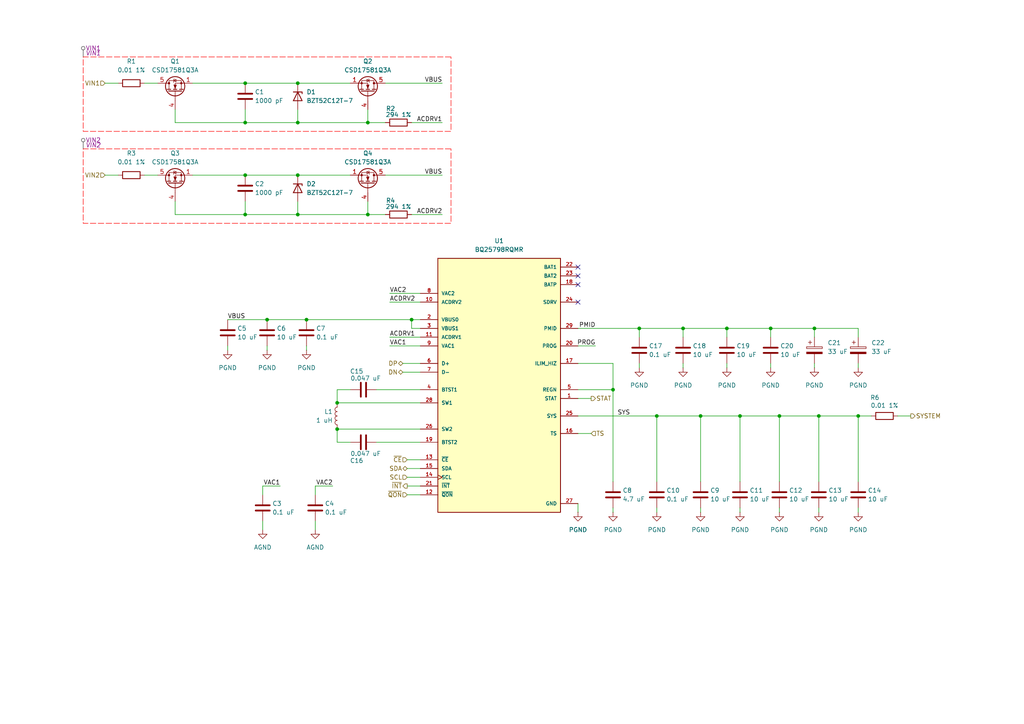
<source format=kicad_sch>
(kicad_sch (version 20250114) (generator "eeschema") (generator_version "9.0")
  (paper "A4")
  (title_block (title "Van Cooldown") (date "2025-06-27") (rev "0.0.1") (company "Fabien Meyer"))
  (lib_symbols
    (symbol "Device:C" (pin_numbers (hide yes)) (pin_names (offset 0.254))
      (property "Reference" "C" (at 0.635 2.54 0))
      (property "Value" "C" (at 0.635 -2.54 0))
      (symbol "C_0_1"
        (polyline (pts (xy -2.032 0.762) (xy 2.032 0.762)) (stroke (width 0.508)))
        (polyline (pts (xy -2.032 -0.762) (xy 2.032 -0.762)) (stroke (width 0.508)))
      )
      (symbol "C_1_1"
        (pin passive line (at 0 3.81 270) (length 2.794) (name "~") (number "1"))
        (pin passive line (at 0 -3.81 90) (length 2.794) (name "~") (number "2"))
      )
    )
    (symbol "Device:C_Polarized" (pin_numbers (hide yes)) (pin_names (offset 0.254))
      (property "Reference" "C" (at 0.635 2.54 0))
      (property "Value" "C_Polarized" (at 0.635 -2.54 0))
      (symbol "C_Polarized_0_1"
        (rectangle (start -2.286 0.508) (end 2.286 1.016))
        (polyline (pts (xy -1.778 2.286) (xy -0.762 2.286)))
        (polyline (pts (xy -1.27 2.794) (xy -1.27 1.778)))
        (rectangle (start 2.286 -0.508) (end -2.286 -1.016) (fill (type outline)))
      )
      (symbol "C_Polarized_1_1"
        (pin passive line (at 0 3.81 270) (length 2.794) (name "~") (number "1"))
        (pin passive line (at 0 -3.81 90) (length 2.794) (name "~") (number "2"))
      )
    )
    (symbol "Device:L" (pin_numbers (hide yes)) (pin_names (offset 1.016) (hide yes))
      (property "Reference" "L" (at -1.27 0 90))
      (property "Value" "L" (at 1.905 0 90))
      (symbol "L_0_1"
        (arc (start 0 2.54) (mid 0.6323 1.905) (end 0 1.27))
        (arc (start 0 1.27) (mid 0.6323 0.635) (end 0 0))
        (arc (start 0 0) (mid 0.6323 -0.635) (end 0 -1.27))
        (arc (start 0 -1.27) (mid 0.6323 -1.905) (end 0 -2.54))
      )
      (symbol "L_1_1"
        (pin passive line (at 0 3.81 270) (length 1.27) (name "1") (number "1"))
        (pin passive line (at 0 -3.81 90) (length 1.27) (name "2") (number "2"))
      )
    )
    (symbol "Device:R" (pin_numbers (hide yes)) (pin_names (offset 0))
      (property "Reference" "R" (at 2.032 0 90))
      (property "Value" "R" (at 0 0 90))
      (symbol "R_0_1"
        (rectangle (start -1.016 -2.54) (end 1.016 2.54) (stroke (width 0.254)))
      )
      (symbol "R_1_1"
        (pin passive line (at 0 3.81 270) (length 1.27) (name "~") (number "1"))
        (pin passive line (at 0 -3.81 90) (length 1.27) (name "~") (number "2"))
      )
    )
    (symbol "Transistor_FET:CSD17581Q3A" (pin_names (hide yes))
      (property "Reference" "Q" (at 5.08 1.905 0))
      (property "Value" "CSD17581Q3A" (at 5.08 0 0))
      (symbol "CSD17581Q3A_0_1"
        (polyline (pts (xy 0.254 1.905) (xy 0.254 -1.905)) (stroke (width 0.254)))
        (polyline (pts (xy 0.254 0) (xy -2.54 0)))
        (polyline (pts (xy 0.762 2.286) (xy 0.762 1.27)) (stroke (width 0.254)))
        (polyline (pts (xy 0.762 0.508) (xy 0.762 -0.508)) (stroke (width 0.254)))
        (polyline (pts (xy 0.762 -1.27) (xy 0.762 -2.286)) (stroke (width 0.254)))
        (polyline (pts (xy 0.762 -1.778) (xy 3.302 -1.778) (xy 3.302 1.778) (xy 0.762 1.778)))
        (polyline (pts (xy 1.016 0) (xy 2.032 0.381) (xy 2.032 -0.381) (xy 1.016 0)) (fill (type outline)))
        (circle (center 1.651 0) (radius 2.794) (stroke (width 0.254)))
        (polyline (pts (xy 2.54 2.54) (xy 2.54 1.778)))
        (circle (center 2.54 1.778) (radius 0.254) (fill (type outline)))
        (circle (center 2.54 -1.778) (radius 0.254) (fill (type outline)))
        (polyline (pts (xy 2.54 -2.54) (xy 2.54 0) (xy 0.762 0)))
        (polyline (pts (xy 2.794 0.508) (xy 2.921 0.381) (xy 3.683 0.381) (xy 3.81 0.254)))
        (polyline (pts (xy 3.302 0.381) (xy 2.921 -0.254) (xy 3.683 -0.254) (xy 3.302 0.381)))
      )
      (symbol "CSD17581Q3A_1_1"
        (pin passive line (at -5.08 0 0) (length 2.54) (name "G") (number "4"))
        (pin passive line (at 2.54 5.08 270) (length 2.54) (name "D") (number "5"))
        (pin passive line (at 2.54 -5.08 90) (length 2.54) (name "S") (number "1"))
        (pin passive line (at 2.54 -5.08 90) (length 2.54) (hide yes) (name "S") (number "2"))
        (pin passive line (at 2.54 -5.08 90) (length 2.54) (hide yes) (name "S") (number "3"))
      )
    )
    (symbol "power:GND" (power) (pin_numbers (hide yes)) (pin_names (offset 0) (hide yes))
      (property "Value" "GND" (at 0 -3.81 0))
      (symbol "GND_0_1"
        (polyline (pts (xy 0 0) (xy 0 -1.27) (xy 1.27 -1.27) (xy 0 -2.54) (xy -1.27 -1.27) (xy 0 -1.27)))
      )
      (symbol "GND_1_1"
        (pin power_in line (at 0 0 270) (length 0) (name "~") (number "1"))
      )
    )
    (symbol "van-cooldown:BQ25798RQMR" (pin_names (offset 1.016))
      (property "Reference" "U" (at -17.78 36.322 0))
      (property "Value" "BQ25798RQMR" (at -17.78 -40.64 0))
      (symbol "BQ25798RQMR_0_0"
        (rectangle (start -17.78 35.56) (end 17.78 -38.1) (stroke (width 0.254)) (fill (type background)))
        (pin input line (at -22.86 25.4 0) (length 5.08) (name "VAC2") (number "8"))
        (pin input line (at -22.86 22.86 0) (length 5.08) (name "ACDRV2") (number "10"))
        (pin input line (at -22.86 12.7 0) (length 5.08) (name "ACDRV1") (number "11"))
        (pin input line (at -22.86 10.16 0) (length 5.08) (name "VAC1") (number "9"))
        (pin bidirectional line (at -22.86 5.08 0) (length 5.08) (name "D+") (number "6"))
        (pin bidirectional line (at -22.86 2.54 0) (length 5.08) (name "D-") (number "7"))
        (pin input line (at -22.86 -2.54 0) (length 5.08) (name "BTST1") (number "4"))
        (pin passive line (at -22.86 -6.35 0) (length 5.08) (name "SW1") (number "28"))
        (pin passive line (at -22.86 -13.97 0) (length 5.08) (name "SW2") (number "26"))
        (pin output line (at -22.86 -17.78 0) (length 5.08) (name "BTST2") (number "19"))
        (pin input line (at -22.86 -22.86 0) (length 5.08) (name "~{CE}") (number "13"))
        (pin bidirectional line (at -22.86 -25.4 0) (length 5.08) (name "SDA") (number "15"))
        (pin input clock (at -22.86 -27.94 0) (length 5.08) (name "SCL") (number "14"))
        (pin output line (at -22.86 -30.48 0) (length 5.08) (name "~{INT}") (number "21"))
        (pin input line (at -22.86 -33.02 0) (length 5.08) (name "~{QON}") (number "12"))
        (pin power_in line (at 22.86 27.94 180) (length 5.08) (name "BATP") (number "18"))
        (pin output line (at 22.86 22.86 180) (length 5.08) (name "SDRV") (number "24"))
        (pin passive line (at 22.86 15.24 180) (length 5.08) (name "PMID") (number "29"))
        (pin input line (at 22.86 10.16 180) (length 5.08) (name "PROG") (number "20"))
        (pin input line (at 22.86 5.08 180) (length 5.08) (name "ILIM_HIZ") (number "17"))
        (pin output line (at 22.86 -2.54 180) (length 5.08) (name "REGN") (number "5"))
        (pin output line (at 22.86 -5.08 180) (length 5.08) (name "STAT") (number "1"))
        (pin output line (at 22.86 -10.16 180) (length 5.08) (name "SYS") (number "25"))
        (pin input line (at 22.86 -15.24 180) (length 5.08) (name "TS") (number "16"))
        (pin power_in line (at 22.86 -35.56 180) (length 5.08) (name "GND") (number "27"))
      )
      (symbol "BQ25798RQMR_1_0"
        (pin input line (at -22.86 17.78 0) (length 5.08) (name "VBUS0") (number "2"))
        (pin input line (at -22.86 15.24 0) (length 5.08) (name "VBUS1") (number "3"))
        (pin power_in line (at 22.86 33.02 180) (length 5.08) (name "BAT1") (number "22"))
        (pin power_in line (at 22.86 30.48 180) (length 5.08) (name "BAT2") (number "23"))
      )
    )
    (symbol "van-cooldown:BZT52C12T-7" (pin_numbers (hide yes)) (pin_names (offset 1.016) (hide yes))
      (property "Reference" "D" (at 0 2.54 0))
      (property "Value" "BZT52C12T-7" (at 0 -2.54 0))
      (symbol "BZT52C12T-7_0_1"
        (polyline (pts (xy -1.27 -1.27) (xy -1.27 1.27) (xy -0.762 1.27)) (stroke (width 0.254)))
        (polyline (pts (xy 1.27 0) (xy -1.27 0)))
        (polyline (pts (xy 1.27 -1.27) (xy 1.27 1.27) (xy -1.27 0) (xy 1.27 -1.27)) (stroke (width 0.254)))
      )
      (symbol "BZT52C12T-7_1_1"
        (pin passive line (at -3.81 0 0) (length 2.54) (name "K") (number "1"))
        (pin passive line (at 3.81 0 180) (length 2.54) (name "A") (number "2"))
      )
    )
  )
  (junction (at 71.12 24.13))
  (junction (at 97.79 124.46))
  (junction (at 106.68 62.23))
  (junction (at 86.36 50.8))
  (junction (at 71.12 50.8))
  (junction (at 248.92 120.65))
  (junction (at 223.52 95.25))
  (junction (at 88.9 92.71))
  (junction (at 106.68 35.56))
  (junction (at 119.38 92.71))
  (junction (at 210.82 95.25))
  (junction (at 86.36 24.13))
  (junction (at 185.42 95.25))
  (junction (at 237.49 120.65))
  (junction (at 71.12 35.56))
  (junction (at 77.47 92.71))
  (junction (at 86.36 62.23))
  (junction (at 71.12 62.23))
  (junction (at 198.12 95.25))
  (junction (at 214.63 120.65))
  (junction (at 226.06 120.65))
  (junction (at 203.2 120.65))
  (junction (at 236.22 95.25))
  (junction (at 86.36 35.56))
  (junction (at 97.79 116.84))
  (junction (at 177.8 113.03))
  (junction (at 190.5 120.65))
  (no_connect (at 167.64 82.55))
  (no_connect (at 167.64 80.01))
  (no_connect (at 167.64 77.47))
  (no_connect (at 167.64 87.63))
  (wire (pts (xy 76.2 140.97) (xy 81.28 140.97)))
  (wire (pts (xy 50.8 62.23) (xy 71.12 62.23)))
  (wire (pts (xy 121.92 135.89) (xy 118.11 135.89)))
  (wire (pts (xy 214.63 139.7) (xy 214.63 120.65)))
  (wire (pts (xy 190.5 120.65) (xy 203.2 120.65)))
  (wire (pts (xy 106.68 58.42) (xy 106.68 62.23)))
  (wire (pts (xy 248.92 97.79) (xy 248.92 95.25)))
  (wire (pts (xy 248.92 105.41) (xy 248.92 106.68)))
  (wire (pts (xy 30.48 24.13) (xy 34.29 24.13)))
  (wire (pts (xy 76.2 151.13) (xy 76.2 153.67)))
  (wire (pts (xy 214.63 120.65) (xy 226.06 120.65)))
  (wire (pts (xy 236.22 97.79) (xy 236.22 95.25)))
  (wire (pts (xy 121.92 95.25) (xy 119.38 95.25)))
  (wire (pts (xy 190.5 147.32) (xy 190.5 148.59)))
  (wire (pts (xy 71.12 50.8) (xy 86.36 50.8)))
  (wire (pts (xy 121.92 100.33) (xy 113.03 100.33)))
  (wire (pts (xy 101.6 113.03) (xy 97.79 113.03)))
  (wire (pts (xy 111.76 50.8) (xy 128.27 50.8)))
  (wire (pts (xy 203.2 120.65) (xy 214.63 120.65)))
  (wire (pts (xy 248.92 139.7) (xy 248.92 120.65)))
  (wire (pts (xy 97.79 116.84) (xy 121.92 116.84)))
  (wire (pts (xy 236.22 105.41) (xy 236.22 106.68)))
  (wire (pts (xy 252.73 120.65) (xy 248.92 120.65)))
  (wire (pts (xy 76.2 143.51) (xy 76.2 140.97)))
  (wire (pts (xy 226.06 139.7) (xy 226.06 120.65)))
  (wire (pts (xy 86.36 50.8) (xy 101.6 50.8)))
  (wire (pts (xy 71.12 31.75) (xy 71.12 35.56)))
  (wire (pts (xy 71.12 24.13) (xy 86.36 24.13)))
  (wire (pts (xy 167.64 95.25) (xy 185.42 95.25)))
  (wire (pts (xy 50.8 58.42) (xy 50.8 62.23)))
  (wire (pts (xy 185.42 95.25) (xy 185.42 97.79)))
  (wire (pts (xy 118.11 143.51) (xy 121.92 143.51)))
  (wire (pts (xy 214.63 147.32) (xy 214.63 148.59)))
  (wire (pts (xy 185.42 95.25) (xy 198.12 95.25)))
  (wire (pts (xy 223.52 97.79) (xy 223.52 95.25)))
  (wire (pts (xy 167.64 120.65) (xy 190.5 120.65)))
  (wire (pts (xy 111.76 62.23) (xy 106.68 62.23)))
  (wire (pts (xy 116.84 107.95) (xy 121.92 107.95)))
  (wire (pts (xy 177.8 105.41) (xy 177.8 113.03)))
  (wire (pts (xy 109.22 113.03) (xy 121.92 113.03)))
  (wire (pts (xy 91.44 143.51) (xy 91.44 140.97)))
  (wire (pts (xy 121.92 92.71) (xy 119.38 92.71)))
  (wire (pts (xy 198.12 97.79) (xy 198.12 95.25)))
  (wire (pts (xy 198.12 95.25) (xy 210.82 95.25)))
  (wire (pts (xy 101.6 128.27) (xy 97.79 128.27)))
  (wire (pts (xy 88.9 92.71) (xy 77.47 92.71)))
  (wire (pts (xy 106.68 62.23) (xy 86.36 62.23)))
  (wire (pts (xy 86.36 62.23) (xy 86.36 58.42)))
  (wire (pts (xy 45.72 24.13) (xy 41.91 24.13)))
  (wire (pts (xy 210.82 95.25) (xy 223.52 95.25)))
  (wire (pts (xy 198.12 105.41) (xy 198.12 106.68)))
  (wire (pts (xy 237.49 120.65) (xy 248.92 120.65)))
  (wire (pts (xy 185.42 105.41) (xy 185.42 106.68)))
  (wire (pts (xy 113.03 97.79) (xy 121.92 97.79)))
  (wire (pts (xy 264.16 120.65) (xy 260.35 120.65)))
  (wire (pts (xy 55.88 24.13) (xy 71.12 24.13)))
  (wire (pts (xy 111.76 35.56) (xy 106.68 35.56)))
  (wire (pts (xy 203.2 139.7) (xy 203.2 120.65)))
  (wire (pts (xy 77.47 92.71) (xy 66.04 92.71)))
  (wire (pts (xy 71.12 58.42) (xy 71.12 62.23)))
  (wire (pts (xy 86.36 24.13) (xy 101.6 24.13)))
  (wire (pts (xy 177.8 139.7) (xy 177.8 113.03)))
  (wire (pts (xy 223.52 105.41) (xy 223.52 106.68)))
  (wire (pts (xy 167.64 146.05) (xy 167.64 148.59)))
  (wire (pts (xy 203.2 147.32) (xy 203.2 148.59)))
  (wire (pts (xy 128.27 35.56) (xy 119.38 35.56)))
  (wire (pts (xy 106.68 31.75) (xy 106.68 35.56)))
  (wire (pts (xy 71.12 62.23) (xy 86.36 62.23)))
  (wire (pts (xy 86.36 35.56) (xy 86.36 31.75)))
  (wire (pts (xy 71.12 35.56) (xy 86.36 35.56)))
  (wire (pts (xy 77.47 100.33) (xy 77.47 101.6)))
  (wire (pts (xy 111.76 24.13) (xy 128.27 24.13)))
  (wire (pts (xy 121.92 140.97) (xy 118.11 140.97)))
  (wire (pts (xy 118.11 133.35) (xy 121.92 133.35)))
  (wire (pts (xy 237.49 147.32) (xy 237.49 148.59)))
  (wire (pts (xy 177.8 147.32) (xy 177.8 148.59)))
  (wire (pts (xy 113.03 87.63) (xy 121.92 87.63)))
  (wire (pts (xy 30.48 50.8) (xy 34.29 50.8)))
  (wire (pts (xy 113.03 85.09) (xy 121.92 85.09)))
  (wire (pts (xy 91.44 151.13) (xy 91.44 153.67)))
  (wire (pts (xy 223.52 95.25) (xy 236.22 95.25)))
  (wire (pts (xy 55.88 50.8) (xy 71.12 50.8)))
  (wire (pts (xy 248.92 147.32) (xy 248.92 148.59)))
  (wire (pts (xy 97.79 128.27) (xy 97.79 124.46)))
  (wire (pts (xy 237.49 139.7) (xy 237.49 120.65)))
  (wire (pts (xy 128.27 62.23) (xy 119.38 62.23)))
  (wire (pts (xy 167.64 115.57) (xy 171.45 115.57)))
  (wire (pts (xy 50.8 31.75) (xy 50.8 35.56)))
  (wire (pts (xy 172.72 100.33) (xy 167.64 100.33)))
  (wire (pts (xy 106.68 35.56) (xy 86.36 35.56)))
  (wire (pts (xy 118.11 138.43) (xy 121.92 138.43)))
  (wire (pts (xy 167.64 125.73) (xy 171.45 125.73)))
  (wire (pts (xy 226.06 147.32) (xy 226.06 148.59)))
  (wire (pts (xy 167.64 105.41) (xy 177.8 105.41)))
  (wire (pts (xy 88.9 100.33) (xy 88.9 101.6)))
  (wire (pts (xy 190.5 139.7) (xy 190.5 120.65)))
  (wire (pts (xy 210.82 105.41) (xy 210.82 106.68)))
  (wire (pts (xy 66.04 100.33) (xy 66.04 101.6)))
  (wire (pts (xy 109.22 128.27) (xy 121.92 128.27)))
  (wire (pts (xy 210.82 97.79) (xy 210.82 95.25)))
  (wire (pts (xy 91.44 140.97) (xy 96.52 140.97)))
  (wire (pts (xy 119.38 95.25) (xy 119.38 92.71)))
  (wire (pts (xy 121.92 105.41) (xy 116.84 105.41)))
  (wire (pts (xy 97.79 113.03) (xy 97.79 116.84)))
  (wire (pts (xy 236.22 95.25) (xy 248.92 95.25)))
  (wire (pts (xy 226.06 120.65) (xy 237.49 120.65)))
  (wire (pts (xy 167.64 113.03) (xy 177.8 113.03)))
  (wire (pts (xy 97.79 124.46) (xy 121.92 124.46)))
  (wire (pts (xy 119.38 92.71) (xy 88.9 92.71)))
  (wire (pts (xy 50.8 35.56) (xy 71.12 35.56)))
  (wire (pts (xy 45.72 50.8) (xy 41.91 50.8)))
  (label "PMID" (at 172.72 95.25 180))
  (label "VBUS" (at 128.27 50.8 180))
  (label "VBUS" (at 66.04 92.71 0))
  (label "PROG" (at 172.72 100.33 180))
  (label "VAC1" (at 81.28 140.97 180))
  (label "VAC2" (at 96.52 140.97 180))
  (label "VAC2" (at 113.03 85.09 0))
  (label "ACDRV2" (at 128.27 62.23 180))
  (label "ACDRV1" (at 128.27 35.56 180))
  (label "VBUS" (at 128.27 24.13 180))
  (label "ACDRV1" (at 113.03 97.79 0))
  (label "VAC1" (at 113.03 100.33 0))
  (label "ACDRV2" (at 113.03 87.63 0))
  (label "SYS" (at 179.07 120.65 0))
  (hierarchical_label "TS" (shape input) (at 171.45 125.73 0))
  (hierarchical_label "~{INT}" (shape output) (at 118.11 140.97 180))
  (hierarchical_label "~{QON}" (shape input) (at 118.11 143.51 180))
  (hierarchical_label "DN" (shape bidirectional) (at 116.84 107.95 180))
  (hierarchical_label "SYSTEM" (shape output) (at 264.16 120.65 0))
  (hierarchical_label "VIN2" (shape input) (at 30.48 50.8 180))
  (hierarchical_label "STAT" (shape output) (at 171.45 115.57 0))
  (hierarchical_label "VIN1" (shape input) (at 30.48 24.13 180))
  (hierarchical_label "SCL" (shape input) (at 118.11 138.43 180))
  (hierarchical_label "SDA" (shape bidirectional) (at 118.11 135.89 180))
  (hierarchical_label "DP" (shape bidirectional) (at 116.84 105.41 180))
  (hierarchical_label "~{CE}" (shape input) (at 118.11 133.35 180))
  (rule_area (polyline (pts (xy 130.81 43.18) (xy 24.13 43.18) (xy 24.13 64.77) (xy 130.81 64.77)) (stroke (width 0) (type dash))))
  (rule_area (polyline (pts (xy 130.81 16.51) (xy 24.13 16.51) (xy 24.13 38.1) (xy 130.81 38.1)) (stroke (width 0) (type dash))))
  (netclass_flag "" (length 2.54) (shape round) (at 24.13 43.18 0) (property "Netclass" "VIN2" (at 24.8285 40.64 0) (effects (justify left))) (property "Component Class" "VIN2" (at 24.8285 42.1005 0) (effects (font (italic yes)) (justify left))))
  (netclass_flag "" (length 2.54) (shape round) (at 24.13 16.51 0) (property "Netclass" "VIN1" (at 24.8285 13.97 0) (effects (justify left))) (property "Component Class" "VIN1" (at 24.8285 15.4305 0) (effects (font (italic yes)) (justify left))))
  (symbol (lib_id "Device:C_Polarized") (at 236.22 101.6 0) (unit 1)
    (property "Reference" "C21" (at 240.03 99.4409 0) (effects (justify left)))
    (property "Value" "33 uF" (at 240.03 101.9809 0) (effects (justify left)))
    (property "Datasheet" "https://www.murata.com/~/media/webrenewal/support/library/catalog/products/capacitor/polymer/c90e.ashx?la=en-us" (effects (hide yes)))
    (property "Description" "33 µF 25 V Aluminum - Polymer Capacitors 2917 (7343 Metric) 40mOhm 1000 Hrs @ 105°C" (effects (hide yes)))
    (property "DigiKey Part Number" "490-ECASD41E336M040KA0CT-ND" (effects (hide yes)))
    (property "Digikey url" "https://www.digikey.my/en/products/detail/murata-electronics/ECASD41E336M040KA0/10222761?s=N4IgTCBcDaIKIGECCBlAIgFgIxwMy4DYBZABgxIGkkSQBdAXyA" (effects (hide yes)))
    (property "Manufacturer" "Murata Electronics" (effects (hide yes)))
    (property "Manufacturer Product Number" "ECASD41E336M040KA0" (effects (hide yes)))
  )
  (symbol (lib_id "power:GND") (at 223.52 106.68 0) (unit 1)
    (property "Reference" "#PWR018" (effects (hide yes)))
    (property "Value" "PGND" (at 223.52 111.76 0))
    (property "Description" "Power symbol creates a global label with name \"GND\" , ground" (effects (hide yes)))
  )
  (symbol (lib_id "Device:C") (at 198.12 101.6 0) (unit 1)
    (property "Reference" "C18" (at 200.914 100.33 0) (effects (justify left)))
    (property "Value" "10 uF" (at 200.914 102.87 0) (effects (justify left)))
    (property "Footprint" "Capacitor_SMD:C_0805_2012Metric" (effects (hide yes)))
    (property "Datasheet" "https://product.tdk.com/system/files/dam/doc/product/capacitor/ceramic/mlcc/catalog/mlcc_commercial_general_en.pdf" (effects (hide yes)))
    (property "Description" "10 µF ±10% 25V Ceramic Capacitor X5R 0805 (2012 Metric)" (effects (hide yes)))
    (property "DigiKey Part Number" "445-5984-1-ND" (effects (hide yes)))
    (property "Digikey url" "https://www.digikey.ch/en/products/detail/tdk-corporation/C2012X5R1E106K125AB/2443462?srsltid=AfmBOopSIyEzmjrEDI0_7ElYKJBASTwnLGJx5yc4oC4Ys0vhj2bA7jYM" (effects (hide yes)))
    (property "Manufacturer" "TDK Corporation" (effects (hide yes)))
    (property "Manufacturer Product Number" "C2012X5R1E106K125AB" (effects (hide yes)))
  )
  (symbol (lib_id "Device:C") (at 177.8 143.51 0) (unit 1)
    (property "Reference" "C8" (at 180.594 142.24 0) (effects (justify left)))
    (property "Value" "4.7 uF" (at 180.594 144.78 0) (effects (justify left)))
    (property "Footprint" "Capacitor_SMD:C_0603_1608Metric" (effects (hide yes)))
    (property "Datasheet" "https://search.murata.co.jp/Ceramy/image/img/A01X/G101/ENG/GRM188R61C475KE11-01.pdf" (effects (hide yes)))
    (property "Description" "4.7 µF ±10% 16V Ceramic Capacitor X5R 0603 (1608 Metric)" (effects (hide yes)))
    (property "DigiKey Part Number" "490-10730-1-ND" (effects (hide yes)))
    (property "Digikey url" "https://www.digikey.ch/en/products/detail/murata-electronics/GRM188R61C475KE11D/5251370" (effects (hide yes)))
    (property "Manufacturer" "Murata Electronics" (effects (hide yes)))
    (property "Manufacturer Product Number" "GRM188R61C475KE11D" (effects (hide yes)))
  )
  (symbol (lib_id "Device:C") (at 77.47 96.52 0) (unit 1)
    (property "Reference" "C6" (at 80.264 95.25 0) (effects (justify left)))
    (property "Value" "10 uF" (at 80.264 97.79 0) (effects (justify left)))
    (property "Footprint" "Capacitor_SMD:C_0805_2012Metric" (effects (hide yes)))
    (property "Datasheet" "https://product.tdk.com/system/files/dam/doc/product/capacitor/ceramic/mlcc/catalog/mlcc_commercial_general_en.pdf" (effects (hide yes)))
    (property "Description" "10 µF ±10% 25V Ceramic Capacitor X5R 0805 (2012 Metric)" (effects (hide yes)))
    (property "DigiKey Part Number" "445-5984-1-ND" (effects (hide yes)))
    (property "Digikey url" "https://www.digikey.ch/en/products/detail/tdk-corporation/C2012X5R1E106K125AB/2443462?srsltid=AfmBOopSIyEzmjrEDI0_7ElYKJBASTwnLGJx5yc4oC4Ys0vhj2bA7jYM" (effects (hide yes)))
    (property "Manufacturer" "TDK Corporation" (effects (hide yes)))
    (property "Manufacturer Product Number" "C2012X5R1E106K125AB" (effects (hide yes)))
  )
  (symbol (lib_id "Device:C") (at 105.41 128.27 90) (mirror x) (unit 1)
    (property "Reference" "C16" (at 105.41 133.604 90) (effects (justify left)))
    (property "Value" "0.047 uF" (at 110.49 131.572 90) (effects (justify left)))
    (property "Footprint" "Capacitor_SMD:C_0402_1005Metric" (effects (hide yes)))
    (property "Datasheet" "https://search.murata.co.jp/Ceramy/image/img/A01X/G101/ENG/GRM155R71E473KA88-01.pdf" (effects (hide yes)))
    (property "Description" "0.047 µF ±10% 25V Ceramic Capacitor X7R 0402 (1005 Metric)" (effects (hide yes)))
    (property "DigiKey Part Number" "490-3254-1-ND" (effects (hide yes)))
    (property "Digikey url" "https://www.digikey.ch/en/products/detail/murata-electronics/GRM155R71E473KA88D/702519?s=N4IgTCBcDaIOICUCyBGArGhB2FBRALFgMwDSAggBwUAiIAugL5A" (effects (hide yes)))
    (property "Manufacturer" "Murata Electronics" (effects (hide yes)))
    (property "Manufacturer Product Number" "GRM155R71E473KA88D" (effects (hide yes)))
  )
  (symbol (lib_id "power:GND") (at 236.22 106.68 0) (unit 1)
    (property "Reference" "#PWR019" (effects (hide yes)))
    (property "Value" "PGND" (at 236.22 111.76 0))
    (property "Description" "Power symbol creates a global label with name \"GND\" , ground" (effects (hide yes)))
  )
  (symbol (lib_id "power:GND") (at 210.82 106.68 0) (unit 1)
    (property "Reference" "#PWR017" (effects (hide yes)))
    (property "Value" "PGND" (at 210.82 111.76 0))
    (property "Description" "Power symbol creates a global label with name \"GND\" , ground" (effects (hide yes)))
  )
  (symbol (lib_id "Device:C") (at 237.49 143.51 0) (unit 1)
    (property "Reference" "C13" (at 240.284 142.24 0) (effects (justify left)))
    (property "Value" "10 uF" (at 240.284 144.78 0) (effects (justify left)))
    (property "Footprint" "Capacitor_SMD:C_0805_2012Metric" (effects (hide yes)))
    (property "Datasheet" "https://product.tdk.com/system/files/dam/doc/product/capacitor/ceramic/mlcc/catalog/mlcc_commercial_general_en.pdf" (effects (hide yes)))
    (property "Description" "10 µF ±10% 25V Ceramic Capacitor X5R 0805 (2012 Metric)" (effects (hide yes)))
    (property "DigiKey Part Number" "445-5984-1-ND" (effects (hide yes)))
    (property "Digikey url" "https://www.digikey.ch/en/products/detail/tdk-corporation/C2012X5R1E106K125AB/2443462?srsltid=AfmBOopSIyEzmjrEDI0_7ElYKJBASTwnLGJx5yc4oC4Ys0vhj2bA7jYM" (effects (hide yes)))
    (property "Manufacturer" "TDK Corporation" (effects (hide yes)))
    (property "Manufacturer Product Number" "C2012X5R1E106K125AB" (effects (hide yes)))
  )
  (symbol (lib_id "power:GND") (at 248.92 106.68 0) (unit 1)
    (property "Reference" "#PWR020" (effects (hide yes)))
    (property "Value" "PGND" (at 248.92 111.76 0))
    (property "Description" "Power symbol creates a global label with name \"GND\" , ground" (effects (hide yes)))
  )
  (symbol (lib_id "power:GND") (at 76.2 153.67 0) (unit 1)
    (property "Reference" "#PWR04" (effects (hide yes)))
    (property "Value" "AGND" (at 76.2 158.75 0))
    (property "Description" "Power symbol creates a global label with name \"GND\" , ground" (effects (hide yes)))
  )
  (symbol (lib_id "Transistor_FET:CSD17581Q3A") (at 50.8 26.67 90) (unit 1)
    (property "Reference" "Q1" (at 50.8 17.78 90))
    (property "Value" "CSD17581Q3A" (at 50.8 20.32 90))
    (property "Footprint" "Package_SON:VSON-8_3.3x3.3mm_P0.65mm_NexFET" (effects (hide yes)))
    (property "Datasheet" "https://www.ti.com/lit/ds/symlink/csd17581q3a.pdf" (effects (hide yes)))
    (property "Description" "60A Id, 30V Vds, NexFET N-Channel Power MOSFET, 3.2mOhm Ron, Qg Typ 20nC, VSON-8 3.3x3.3mm" (effects (hide yes)))
    (property "DigiKey Part Number" "296-47754-1-ND" (effects (hide yes)))
    (property "Digikey url" "https://www.digikey.ch/en/products/detail/texas-instruments/CSD17581Q3A/6235429" (effects (hide yes)))
    (property "Manufacturer" "Texas Instruments" (effects (hide yes)))
    (property "Manufacturer Product Number" "CSD17581Q3A" (effects (hide yes)))
  )
  (symbol (lib_id "Device:C") (at 214.63 143.51 0) (unit 1)
    (property "Reference" "C11" (at 217.424 142.24 0) (effects (justify left)))
    (property "Value" "10 uF" (at 217.424 144.78 0) (effects (justify left)))
    (property "Footprint" "Capacitor_SMD:C_0805_2012Metric" (effects (hide yes)))
    (property "Datasheet" "https://product.tdk.com/system/files/dam/doc/product/capacitor/ceramic/mlcc/catalog/mlcc_commercial_general_en.pdf" (effects (hide yes)))
    (property "Description" "10 µF ±10% 25V Ceramic Capacitor X5R 0805 (2012 Metric)" (effects (hide yes)))
    (property "DigiKey Part Number" "445-5984-1-ND" (effects (hide yes)))
    (property "Digikey url" "https://www.digikey.ch/en/products/detail/tdk-corporation/C2012X5R1E106K125AB/2443462?srsltid=AfmBOopSIyEzmjrEDI0_7ElYKJBASTwnLGJx5yc4oC4Ys0vhj2bA7jYM" (effects (hide yes)))
    (property "Manufacturer" "TDK Corporation" (effects (hide yes)))
    (property "Manufacturer Product Number" "C2012X5R1E106K125AB" (effects (hide yes)))
  )
  (symbol (lib_id "Device:R") (at 256.54 120.65 90) (unit 1)
    (property "Reference" "R6" (at 253.746 115.316 90))
    (property "Value" "0.01 1%" (at 256.54 117.602 90))
    (property "Footprint" "Resistor_SMD:R_2010_5025Metric" (effects (hide yes)))
    (property "Datasheet" "https://www.vishay.com/docs/31057/wslhigh.pdf" (effects (hide yes)))
    (property "Description" "10 mOhms ±1% 1W Chip Resistor 2010 (5025 Metric) Automotive AEC-Q200, Current Sense, Moisture Resistant, Pulse Withstanding Metal Element" (effects (hide yes)))
    (property "DigiKey Part Number" "WSLF-.01CT-ND" (effects (hide yes)))
    (property "Digikey url" "https://www.digikey.ch/en/products/detail/vishay-dale/WSL2010R0100FEA18/712518?s=N4IgTCBcDaIOoGUAyYAMBGVAlDrUDEBRAQXQA4QBdAXyA" (effects (hide yes)))
    (property "Manufacturer" "Vishay Dale" (effects (hide yes)))
    (property "Manufacturer Product Number" "WSL2010R0100FEA18" (effects (hide yes)))
  )
  (symbol (lib_id "power:GND") (at 190.5 148.59 0) (unit 1)
    (property "Reference" "#PWR03" (effects (hide yes)))
    (property "Value" "PGND" (at 190.5 153.67 0))
    (property "Description" "Power symbol creates a global label with name \"GND\" , ground" (effects (hide yes)))
  )
  (symbol (lib_id "Device:C_Polarized") (at 248.92 101.6 0) (unit 1)
    (property "Reference" "C22" (at 252.73 99.4409 0) (effects (justify left)))
    (property "Value" "33 uF" (at 252.73 101.9809 0) (effects (justify left)))
    (property "Datasheet" "https://www.murata.com/~/media/webrenewal/support/library/catalog/products/capacitor/polymer/c90e.ashx?la=en-us" (effects (hide yes)))
    (property "Description" "33 µF 25 V Aluminum - Polymer Capacitors 2917 (7343 Metric) 40mOhm 1000 Hrs @ 105°C" (effects (hide yes)))
    (property "DigiKey Part Number" "490-ECASD41E336M040KA0CT-ND" (effects (hide yes)))
    (property "Digikey url" "https://www.digikey.my/en/products/detail/murata-electronics/ECASD41E336M040KA0/10222761?s=N4IgTCBcDaIKIGECCBlAIgFgIxwMy4DYBZABgxIGkkSQBdAXyA" (effects (hide yes)))
    (property "Manufacturer" "Murata Electronics" (effects (hide yes)))
    (property "Manufacturer Product Number" "ECASD41E336M040KA0" (effects (hide yes)))
  )
  (symbol (lib_id "power:GND") (at 237.49 148.59 0) (unit 1)
    (property "Reference" "#PWR012" (effects (hide yes)))
    (property "Value" "PGND" (at 237.49 153.67 0))
    (property "Description" "Power symbol creates a global label with name \"GND\" , ground" (effects (hide yes)))
  )
  (symbol (lib_id "power:GND") (at 177.8 148.59 0) (unit 1)
    (property "Reference" "#PWR02" (effects (hide yes)))
    (property "Value" "PGND" (at 177.8 153.67 0))
    (property "Description" "Power symbol creates a global label with name \"GND\" , ground" (effects (hide yes)))
  )
  (symbol (lib_id "Device:C") (at 203.2 143.51 0) (unit 1)
    (property "Reference" "C9" (at 205.994 142.24 0) (effects (justify left)))
    (property "Value" "10 uF" (at 205.994 144.78 0) (effects (justify left)))
    (property "Footprint" "Capacitor_SMD:C_0805_2012Metric" (effects (hide yes)))
    (property "Datasheet" "https://product.tdk.com/system/files/dam/doc/product/capacitor/ceramic/mlcc/catalog/mlcc_commercial_general_en.pdf" (effects (hide yes)))
    (property "Description" "10 µF ±10% 25V Ceramic Capacitor X5R 0805 (2012 Metric)" (effects (hide yes)))
    (property "DigiKey Part Number" "445-5984-1-ND" (effects (hide yes)))
    (property "Digikey url" "https://www.digikey.ch/en/products/detail/tdk-corporation/C2012X5R1E106K125AB/2443462?srsltid=AfmBOopSIyEzmjrEDI0_7ElYKJBASTwnLGJx5yc4oC4Ys0vhj2bA7jYM" (effects (hide yes)))
    (property "Manufacturer" "TDK Corporation" (effects (hide yes)))
    (property "Manufacturer Product Number" "C2012X5R1E106K125AB" (effects (hide yes)))
  )
  (symbol (lib_id "Device:C") (at 185.42 101.6 0) (unit 1)
    (property "Reference" "C17" (at 188.214 100.33 0) (effects (justify left)))
    (property "Value" "0.1 uF" (at 188.214 102.87 0) (effects (justify left)))
    (property "Footprint" "Capacitor_SMD:C_0402_1005Metric" (effects (hide yes)))
    (property "Datasheet" "https://product.tdk.com/system/files/dam/doc/product/capacitor/ceramic/mlcc/catalog/mlcc_commercial_soft_en.pdf" (effects (hide yes)))
    (property "Description" "0.1 µF ±10% 50V Ceramic Capacitor X7R 0402 (1005 Metric)" (effects (hide yes)))
    (property "DigiKey Part Number" "445-173610-1-ND" (effects (hide yes)))
    (property "Digikey url" "https://www.digikey.ch/en/products/detail/tdk-corporation/C1005X7R1H104K050BE/5809175?s=N4IgTCBcDaIMIEYAMSCsANA7AJQQCWQBYBpNJAIQFEQBdAXyA" (effects (hide yes)))
    (property "Manufacturer" "TDK Corporation" (effects (hide yes)))
    (property "Manufacturer Product Number" "C1005X7R1H104K050BE" (effects (hide yes)))
  )
  (symbol (lib_id "power:GND") (at 66.04 101.6 0) (unit 1)
    (property "Reference" "#PWR06" (effects (hide yes)))
    (property "Value" "PGND" (at 66.04 106.68 0))
    (property "Description" "Power symbol creates a global label with name \"GND\" , ground" (effects (hide yes)))
  )
  (symbol (lib_id "power:GND") (at 214.63 148.59 0) (unit 1)
    (property "Reference" "#PWR010" (effects (hide yes)))
    (property "Value" "PGND" (at 214.63 153.67 0))
    (property "Description" "Power symbol creates a global label with name \"GND\" , ground" (effects (hide yes)))
  )
  (symbol (lib_id "Device:C") (at 223.52 101.6 0) (unit 1)
    (property "Reference" "C20" (at 226.314 100.33 0) (effects (justify left)))
    (property "Value" "10 uF" (at 226.314 102.87 0) (effects (justify left)))
    (property "Footprint" "Capacitor_SMD:C_0805_2012Metric" (effects (hide yes)))
    (property "Datasheet" "https://product.tdk.com/system/files/dam/doc/product/capacitor/ceramic/mlcc/catalog/mlcc_commercial_general_en.pdf" (effects (hide yes)))
    (property "Description" "10 µF ±10% 25V Ceramic Capacitor X5R 0805 (2012 Metric)" (effects (hide yes)))
    (property "DigiKey Part Number" "445-5984-1-ND" (effects (hide yes)))
    (property "Digikey url" "https://www.digikey.ch/en/products/detail/tdk-corporation/C2012X5R1E106K125AB/2443462?srsltid=AfmBOopSIyEzmjrEDI0_7ElYKJBASTwnLGJx5yc4oC4Ys0vhj2bA7jYM" (effects (hide yes)))
    (property "Manufacturer" "TDK Corporation" (effects (hide yes)))
    (property "Manufacturer Product Number" "C2012X5R1E106K125AB" (effects (hide yes)))
  )
  (symbol (lib_id "Device:R") (at 38.1 24.13 90) (unit 1)
    (property "Reference" "R1" (at 38.1 17.78 90))
    (property "Value" "0.01 1%" (at 38.1 20.32 90))
    (property "Footprint" "Resistor_SMD:R_2010_5025Metric" (effects (hide yes)))
    (property "Datasheet" "https://www.vishay.com/docs/31057/wslhigh.pdf" (effects (hide yes)))
    (property "Description" "10 mOhms ±1% 1W Chip Resistor 2010 (5025 Metric) Automotive AEC-Q200, Current Sense, Moisture Resistant, Pulse Withstanding Metal Element" (effects (hide yes)))
    (property "DigiKey Part Number" "WSLF-.01CT-ND" (effects (hide yes)))
    (property "Digikey url" "https://www.digikey.ch/en/products/detail/vishay-dale/WSL2010R0100FEA18/712518?s=N4IgTCBcDaIOoGUAyYAMBGVAlDrUDEBRAQXQA4QBdAXyA" (effects (hide yes)))
    (property "Manufacturer" "Vishay Dale" (effects (hide yes)))
    (property "Manufacturer Product Number" "WSL2010R0100FEA18" (effects (hide yes)))
  )
  (symbol (lib_id "power:GND") (at 88.9 101.6 0) (unit 1)
    (property "Reference" "#PWR08" (effects (hide yes)))
    (property "Value" "PGND" (at 88.9 106.68 0))
    (property "Description" "Power symbol creates a global label with name \"GND\" , ground" (effects (hide yes)))
  )
  (symbol (lib_id "power:GND") (at 77.47 101.6 0) (unit 1)
    (property "Reference" "#PWR07" (effects (hide yes)))
    (property "Value" "PGND" (at 77.47 106.68 0))
    (property "Description" "Power symbol creates a global label with name \"GND\" , ground" (effects (hide yes)))
  )
  (symbol (lib_id "Transistor_FET:CSD17581Q3A") (at 106.68 53.34 270) (mirror x) (unit 1)
    (property "Reference" "Q4" (at 106.68 44.45 90))
    (property "Value" "CSD17581Q3A" (at 106.68 46.99 90))
    (property "Footprint" "Package_SON:VSON-8_3.3x3.3mm_P0.65mm_NexFET" (effects (hide yes)))
    (property "Datasheet" "https://www.ti.com/lit/ds/symlink/csd17581q3a.pdf" (effects (hide yes)))
    (property "Description" "60A Id, 30V Vds, NexFET N-Channel Power MOSFET, 3.2mOhm Ron, Qg Typ 20nC, VSON-8 3.3x3.3mm" (effects (hide yes)))
    (property "DigiKey Part Number" "296-47754-1-ND" (effects (hide yes)))
    (property "Digikey url" "https://www.digikey.ch/en/products/detail/texas-instruments/CSD17581Q3A/6235429" (effects (hide yes)))
    (property "Manufacturer" "Texas Instruments" (effects (hide yes)))
    (property "Manufacturer Product Number" "CSD17581Q3A" (effects (hide yes)))
  )
  (symbol (lib_id "Device:C") (at 248.92 143.51 0) (unit 1)
    (property "Reference" "C14" (at 251.714 142.24 0) (effects (justify left)))
    (property "Value" "10 uF" (at 251.714 144.78 0) (effects (justify left)))
    (property "Footprint" "Capacitor_SMD:C_0805_2012Metric" (effects (hide yes)))
    (property "Datasheet" "https://product.tdk.com/system/files/dam/doc/product/capacitor/ceramic/mlcc/catalog/mlcc_commercial_general_en.pdf" (effects (hide yes)))
    (property "Description" "10 µF ±10% 25V Ceramic Capacitor X5R 0805 (2012 Metric)" (effects (hide yes)))
    (property "DigiKey Part Number" "445-5984-1-ND" (effects (hide yes)))
    (property "Digikey url" "https://www.digikey.ch/en/products/detail/tdk-corporation/C2012X5R1E106K125AB/2443462?srsltid=AfmBOopSIyEzmjrEDI0_7ElYKJBASTwnLGJx5yc4oC4Ys0vhj2bA7jYM" (effects (hide yes)))
    (property "Manufacturer" "TDK Corporation" (effects (hide yes)))
    (property "Manufacturer Product Number" "C2012X5R1E106K125AB" (effects (hide yes)))
  )
  (symbol (lib_id "Device:C") (at 76.2 147.32 0) (unit 1)
    (property "Reference" "C3" (at 78.994 146.05 0) (effects (justify left)))
    (property "Value" "0.1 uF" (at 78.994 148.59 0) (effects (justify left)))
    (property "Footprint" "Capacitor_SMD:C_0402_1005Metric" (effects (hide yes)))
    (property "Datasheet" "https://product.tdk.com/system/files/dam/doc/product/capacitor/ceramic/mlcc/catalog/mlcc_commercial_soft_en.pdf" (effects (hide yes)))
    (property "Description" "0.1 µF ±10% 50V Ceramic Capacitor X7R 0402 (1005 Metric)" (effects (hide yes)))
    (property "DigiKey Part Number" "445-173610-1-ND" (effects (hide yes)))
    (property "Digikey url" "https://www.digikey.ch/en/products/detail/tdk-corporation/C1005X7R1H104K050BE/5809175?s=N4IgTCBcDaIMIEYAMSCsANA7AJQQCWQBYBpNJAIQFEQBdAXyA" (effects (hide yes)))
    (property "Manufacturer" "TDK Corporation" (effects (hide yes)))
    (property "Manufacturer Product Number" "C1005X7R1H104K050BE" (effects (hide yes)))
  )
  (symbol (lib_id "Device:C") (at 71.12 54.61 0) (unit 1)
    (property "Reference" "C2" (at 73.914 53.34 0) (effects (justify left)))
    (property "Value" "1000 pF" (at 73.914 55.88 0) (effects (justify left)))
    (property "Footprint" "Capacitor_SMD:C_0402_1005Metric" (effects (hide yes)))
    (property "Datasheet" "https://search.murata.co.jp/Ceramy/image/img/A01X/G101/ENG/GRM1555C1H102FA01-01.pdf" (effects (hide yes)))
    (property "Description" "1000 pF ±1% 50V Ceramic Capacitor C0G, NP0 0402 (1005 Metric)" (effects (hide yes)))
    (property "DigiKey Part Number" "490-6189-1-ND" (effects (hide yes)))
    (property "Digikey url" "https://www.digikey.ch/en/products/detail/murata-electronics/GRM1555C1H102FA01D/2543860?s=N4IgTCBcDaIOICUCyBGArBgwigEigDGAGICC%2BKAIiALoC%2BQA" (effects (hide yes)))
    (property "Manufacturer" "Murata Electronics" (effects (hide yes)))
    (property "Manufacturer Product Number" "GRM1555C1H102FA01D" (effects (hide yes)))
  )
  (symbol (lib_id "Device:L") (at 97.79 120.65 0) (mirror y) (unit 1)
    (property "Reference" "L1" (at 96.52 119.3799 0) (effects (justify left)))
    (property "Value" "1 uH" (at 96.52 121.9199 0) (effects (justify left)))
    (property "Footprint" "Inductor_SMD:L_1008_2520Metric" (effects (hide yes)))
    (property "Datasheet" "https://search.murata.co.jp/Ceramy/image/img/P02/J(E)TE243A-0012.pdf" (effects (hide yes)))
    (property "Description" "1 µH Shielded Drum Core, Wirewound Inductor 3.1 A 48mOhm Max 1008 (2520 Metric) Flat Wire" (effects (hide yes)))
    (property "DigiKey Part Number" "490-13040-1-ND" (effects (hide yes)))
    (property "Digikey url" "https://www.digikey.my/en/products/detail/murata-electronics/DFE252010F-1R0M-P2/5812576?srsltid=AfmBOoqMhKlhO51DI-dCq5lMEp-1DKCg1jj1hlq9k-yk9iyZ3yrtZ7F9" (effects (hide yes)))
    (property "Manufacturer" "Murata Electronics" (effects (hide yes)))
    (property "Manufacturer Product Number" "DFE252010F-1R0M=P2" (effects (hide yes)))
  )
  (symbol (lib_id "Transistor_FET:CSD17581Q3A") (at 50.8 53.34 90) (unit 1)
    (property "Reference" "Q3" (at 50.8 44.45 90))
    (property "Value" "CSD17581Q3A" (at 50.8 46.99 90))
    (property "Footprint" "Package_SON:VSON-8_3.3x3.3mm_P0.65mm_NexFET" (effects (hide yes)))
    (property "Datasheet" "https://www.ti.com/lit/ds/symlink/csd17581q3a.pdf" (effects (hide yes)))
    (property "Description" "60A Id, 30V Vds, NexFET N-Channel Power MOSFET, 3.2mOhm Ron, Qg Typ 20nC, VSON-8 3.3x3.3mm" (effects (hide yes)))
    (property "DigiKey Part Number" "296-47754-1-ND" (effects (hide yes)))
    (property "Digikey url" "https://www.digikey.ch/en/products/detail/texas-instruments/CSD17581Q3A/6235429" (effects (hide yes)))
    (property "Manufacturer" "Texas Instruments" (effects (hide yes)))
    (property "Manufacturer Product Number" "CSD17581Q3A" (effects (hide yes)))
  )
  (symbol (lib_id "Device:R") (at 115.57 62.23 90) (unit 1)
    (property "Reference" "R4" (at 113.284 58.166 90))
    (property "Value" "294 1%" (at 115.57 59.944 90))
    (property "Footprint" "Capacitor_SMD:C_0603_1608Metric" (effects (hide yes)))
    (property "Datasheet" "https://www.vishay.com/docs/31057/wslhigh.pdf" (effects (hide yes)))
    (property "Description" "294 Ohms ±1% 0.1W, 1/10W Chip Resistor 0603 (1608 Metric) Automotive AEC-Q200 Thick Film" (effects (hide yes)))
    (property "DigiKey Part Number" "541-294HCT-ND" (effects (hide yes)))
    (property "Digikey url" "https://www.digikey.ch/en/products/detail/vishay-dale/CRCW0603294RFKEA/1174605" (effects (hide yes)))
    (property "Manufacturer" "Vishay Dale" (effects (hide yes)))
    (property "Manufacturer Product Number" "CRCW0603294RFKEA" (effects (hide yes)))
  )
  (symbol (lib_id "van-cooldown:BQ25798RQMR") (at 144.78 110.49 0) (unit 1)
    (property "Reference" "U1" (at 144.78 69.85 0))
    (property "Value" "BQ25798RQMR" (at 144.78 72.39 0))
    (property "Footprint" "van-cooldown:IC_BQ25798RQMR" (effects (hide yes)))
    (property "Datasheet" "https://www.ti.com/lit/ds/symlink/bq25798.pdf" (effects (hide yes)))
    (property "Description" "Charger IC Lithium Ion/Polymer 29-VQFN-HR (4x4)" (effects (hide yes)))
    (property "DigiKey Part Number" "296-BQ25798RQMRCT-ND" (effects (hide yes)))
    (property "Digikey url" "https://www.digikey.ch/en/products/detail/texas-instruments/BQ25798RQMR/15666783?s=N4IgTCBcDaIEIEUwFYDsBOAHAJQQWWxAF0BfIA" (effects (hide yes)))
    (property "Manufacturer" "Texas Instruments" (effects (hide yes)))
    (property "Manufacturer Product Number" "BQ25798RQMR" (effects (hide yes)))
    (property "PARTREV" "B" (effects (hide yes)))
    (property "SNAPEDA_PN" "BQ25798RQMR" (effects (hide yes)))
    (property "STANDARD" "Manufacturer Recommendations" (effects (hide yes)))
    (property "MAXIMUM_PACKAGE_HEIGHT" "1.0mm" (effects (hide yes)))
    (property "MANUFACTURER" "Texas Instruments" (effects (hide yes)))
  )
  (symbol (lib_id "Device:R") (at 115.57 35.56 90) (unit 1)
    (property "Reference" "R2" (at 113.284 31.496 90))
    (property "Value" "294 1%" (at 115.57 33.274 90))
    (property "Footprint" "Capacitor_SMD:C_0603_1608Metric" (effects (hide yes)))
    (property "Datasheet" "https://www.vishay.com/docs/31057/wslhigh.pdf" (effects (hide yes)))
    (property "Description" "294 Ohms ±1% 0.1W, 1/10W Chip Resistor 0603 (1608 Metric) Automotive AEC-Q200 Thick Film" (effects (hide yes)))
    (property "DigiKey Part Number" "541-294HCT-ND" (effects (hide yes)))
    (property "Digikey url" "https://www.digikey.ch/en/products/detail/vishay-dale/CRCW0603294RFKEA/1174605" (effects (hide yes)))
    (property "Manufacturer" "Vishay Dale" (effects (hide yes)))
    (property "Manufacturer Product Number" "CRCW0603294RFKEA" (effects (hide yes)))
  )
  (symbol (lib_id "Device:C") (at 91.44 147.32 0) (unit 1)
    (property "Reference" "C4" (at 94.234 146.05 0) (effects (justify left)))
    (property "Value" "0.1 uF" (at 94.234 148.59 0) (effects (justify left)))
    (property "Footprint" "Capacitor_SMD:C_0402_1005Metric" (effects (hide yes)))
    (property "Datasheet" "https://product.tdk.com/system/files/dam/doc/product/capacitor/ceramic/mlcc/catalog/mlcc_commercial_soft_en.pdf" (effects (hide yes)))
    (property "Description" "0.1 µF ±10% 50V Ceramic Capacitor X7R 0402 (1005 Metric)" (effects (hide yes)))
    (property "DigiKey Part Number" "445-173610-1-ND" (effects (hide yes)))
    (property "Digikey url" "https://www.digikey.ch/en/products/detail/tdk-corporation/C1005X7R1H104K050BE/5809175?s=N4IgTCBcDaIMIEYAMSCsANA7AJQQCWQBYBpNJAIQFEQBdAXyA" (effects (hide yes)))
    (property "Manufacturer" "TDK Corporation" (effects (hide yes)))
    (property "Manufacturer Product Number" "C1005X7R1H104K050BE" (effects (hide yes)))
  )
  (symbol (lib_id "van-cooldown:BZT52C12T-7") (at 86.36 54.61 270) (unit 1)
    (property "Reference" "D2" (at 88.9 53.3399 90) (effects (justify left)))
    (property "Value" "BZT52C12T-7" (at 88.9 55.8799 90) (effects (justify left)))
    (property "Footprint" "Diode_SMD:D_SOD-523" (effects (hide yes)))
    (property "Datasheet" "https://www.diodes.com/assets/Datasheets/ds30502.pdf" (effects (hide yes)))
    (property "Description" "DIODE ZENER 12V 300MW SOD523" (effects (hide yes)))
    (property "DigiKey Part Number" "BZT52C12T-7DICT-ND" (effects (hide yes)))
    (property "Digikey url" "https://www.digikey.ch/en/products/detail/diodes-incorporated/BZT52C12T-7/1934481?s=N4IgTCBcDaIEIC0AqBWMBhAjGJBaA7CALoC%2BQA" (effects (hide yes)))
    (property "Manufacturer" "Diodes Incorporated" (effects (hide yes)))
    (property "Manufacturer Product Number" "BZT52C12T-7" (effects (hide yes)))
  )
  (symbol (lib_id "power:GND") (at 248.92 148.59 0) (unit 1)
    (property "Reference" "#PWR013" (effects (hide yes)))
    (property "Value" "PGND" (at 248.92 153.67 0))
    (property "Description" "Power symbol creates a global label with name \"GND\" , ground" (effects (hide yes)))
  )
  (symbol (lib_id "power:GND") (at 198.12 106.68 0) (unit 1)
    (property "Reference" "#PWR016" (effects (hide yes)))
    (property "Value" "PGND" (at 198.12 111.76 0))
    (property "Description" "Power symbol creates a global label with name \"GND\" , ground" (effects (hide yes)))
  )
  (symbol (lib_id "Device:C") (at 105.41 113.03 90) (unit 1)
    (property "Reference" "C15" (at 105.41 107.696 90) (effects (justify left)))
    (property "Value" "0.047 uF" (at 110.49 109.728 90) (effects (justify left)))
    (property "Footprint" "Capacitor_SMD:C_0402_1005Metric" (effects (hide yes)))
    (property "Datasheet" "https://search.murata.co.jp/Ceramy/image/img/A01X/G101/ENG/GRM155R71E473KA88-01.pdf" (effects (hide yes)))
    (property "Description" "0.047 µF ±10% 25V Ceramic Capacitor X7R 0402 (1005 Metric)" (effects (hide yes)))
    (property "DigiKey Part Number" "490-3254-1-ND" (effects (hide yes)))
    (property "Digikey url" "https://www.digikey.ch/en/products/detail/murata-electronics/GRM155R71E473KA88D/702519?s=N4IgTCBcDaIOICUCyBGArGhB2FBRALFgMwDSAggBwUAiIAugL5A" (effects (hide yes)))
    (property "Manufacturer" "Murata Electronics" (effects (hide yes)))
    (property "Manufacturer Product Number" "GRM155R71E473KA88D" (effects (hide yes)))
  )
  (symbol (lib_id "power:GND") (at 167.64 148.59 0) (unit 1)
    (property "Reference" "#PWR01" (effects (hide yes)))
    (property "Value" "PGND" (at 167.64 153.67 0))
    (property "Description" "Power symbol creates a global label with name \"GND\" , ground" (effects (hide yes)))
  )
  (symbol (lib_id "power:GND") (at 185.42 106.68 0) (unit 1)
    (property "Reference" "#PWR015" (effects (hide yes)))
    (property "Value" "PGND" (at 185.42 111.76 0))
    (property "Description" "Power symbol creates a global label with name \"GND\" , ground" (effects (hide yes)))
  )
  (symbol (lib_id "power:GND") (at 226.06 148.59 0) (unit 1)
    (property "Reference" "#PWR011" (effects (hide yes)))
    (property "Value" "PGND" (at 226.06 153.67 0))
    (property "Description" "Power symbol creates a global label with name \"GND\" , ground" (effects (hide yes)))
  )
  (symbol (lib_id "Device:C") (at 88.9 96.52 0) (unit 1)
    (property "Reference" "C7" (at 91.694 95.25 0) (effects (justify left)))
    (property "Value" "0.1 uF" (at 91.694 97.79 0) (effects (justify left)))
    (property "Footprint" "Capacitor_SMD:C_0402_1005Metric" (effects (hide yes)))
    (property "Datasheet" "https://product.tdk.com/system/files/dam/doc/product/capacitor/ceramic/mlcc/catalog/mlcc_commercial_soft_en.pdf" (effects (hide yes)))
    (property "Description" "0.1 µF ±10% 50V Ceramic Capacitor X7R 0402 (1005 Metric)" (effects (hide yes)))
    (property "DigiKey Part Number" "445-173610-1-ND" (effects (hide yes)))
    (property "Digikey url" "https://www.digikey.ch/en/products/detail/tdk-corporation/C1005X7R1H104K050BE/5809175?s=N4IgTCBcDaIMIEYAMSCsANA7AJQQCWQBYBpNJAIQFEQBdAXyA" (effects (hide yes)))
    (property "Manufacturer" "TDK Corporation" (effects (hide yes)))
    (property "Manufacturer Product Number" "C1005X7R1H104K050BE" (effects (hide yes)))
  )
  (symbol (lib_id "Device:C") (at 66.04 96.52 0) (unit 1)
    (property "Reference" "C5" (at 68.834 95.25 0) (effects (justify left)))
    (property "Value" "10 uF" (at 68.834 97.79 0) (effects (justify left)))
    (property "Footprint" "Capacitor_SMD:C_0805_2012Metric" (effects (hide yes)))
    (property "Datasheet" "https://product.tdk.com/system/files/dam/doc/product/capacitor/ceramic/mlcc/catalog/mlcc_commercial_general_en.pdf" (effects (hide yes)))
    (property "Description" "10 µF ±10% 25V Ceramic Capacitor X5R 0805 (2012 Metric)" (effects (hide yes)))
    (property "DigiKey Part Number" "445-5984-1-ND" (effects (hide yes)))
    (property "Digikey url" "https://www.digikey.ch/en/products/detail/tdk-corporation/C2012X5R1E106K125AB/2443462?srsltid=AfmBOopSIyEzmjrEDI0_7ElYKJBASTwnLGJx5yc4oC4Ys0vhj2bA7jYM" (effects (hide yes)))
    (property "Manufacturer" "TDK Corporation" (effects (hide yes)))
    (property "Manufacturer Product Number" "C2012X5R1E106K125AB" (effects (hide yes)))
  )
  (symbol (lib_id "Transistor_FET:CSD17581Q3A") (at 106.68 26.67 270) (mirror x) (unit 1)
    (property "Reference" "Q2" (at 106.68 17.78 90))
    (property "Value" "CSD17581Q3A" (at 106.68 20.32 90))
    (property "Footprint" "Package_SON:VSON-8_3.3x3.3mm_P0.65mm_NexFET" (effects (hide yes)))
    (property "Datasheet" "https://www.ti.com/lit/ds/symlink/csd17581q3a.pdf" (effects (hide yes)))
    (property "Description" "60A Id, 30V Vds, NexFET N-Channel Power MOSFET, 3.2mOhm Ron, Qg Typ 20nC, VSON-8 3.3x3.3mm" (effects (hide yes)))
    (property "DigiKey Part Number" "296-47754-1-ND" (effects (hide yes)))
    (property "Digikey url" "https://www.digikey.ch/en/products/detail/texas-instruments/CSD17581Q3A/6235429" (effects (hide yes)))
    (property "Manufacturer" "Texas Instruments" (effects (hide yes)))
    (property "Manufacturer Product Number" "CSD17581Q3A" (effects (hide yes)))
  )
  (symbol (lib_id "power:GND") (at 91.44 153.67 0) (unit 1)
    (property "Reference" "#PWR05" (effects (hide yes)))
    (property "Value" "AGND" (at 91.44 158.75 0))
    (property "Description" "Power symbol creates a global label with name \"GND\" , ground" (effects (hide yes)))
  )
  (symbol (lib_id "Device:C") (at 226.06 143.51 0) (unit 1)
    (property "Reference" "C12" (at 228.854 142.24 0) (effects (justify left)))
    (property "Value" "10 uF" (at 228.854 144.78 0) (effects (justify left)))
    (property "Footprint" "Capacitor_SMD:C_0805_2012Metric" (effects (hide yes)))
    (property "Datasheet" "https://product.tdk.com/system/files/dam/doc/product/capacitor/ceramic/mlcc/catalog/mlcc_commercial_general_en.pdf" (effects (hide yes)))
    (property "Description" "10 µF ±10% 25V Ceramic Capacitor X5R 0805 (2012 Metric)" (effects (hide yes)))
    (property "DigiKey Part Number" "445-5984-1-ND" (effects (hide yes)))
    (property "Digikey url" "https://www.digikey.ch/en/products/detail/tdk-corporation/C2012X5R1E106K125AB/2443462?srsltid=AfmBOopSIyEzmjrEDI0_7ElYKJBASTwnLGJx5yc4oC4Ys0vhj2bA7jYM" (effects (hide yes)))
    (property "Manufacturer" "TDK Corporation" (effects (hide yes)))
    (property "Manufacturer Product Number" "C2012X5R1E106K125AB" (effects (hide yes)))
  )
  (symbol (lib_id "Device:C") (at 190.5 143.51 0) (unit 1)
    (property "Reference" "C10" (at 193.294 142.24 0) (effects (justify left)))
    (property "Value" "0.1 uF" (at 193.294 144.78 0) (effects (justify left)))
    (property "Footprint" "Capacitor_SMD:C_0402_1005Metric" (effects (hide yes)))
    (property "Datasheet" "https://product.tdk.com/system/files/dam/doc/product/capacitor/ceramic/mlcc/catalog/mlcc_commercial_soft_en.pdf" (effects (hide yes)))
    (property "Description" "0.1 µF ±10% 50V Ceramic Capacitor X7R 0402 (1005 Metric)" (effects (hide yes)))
    (property "DigiKey Part Number" "445-173610-1-ND" (effects (hide yes)))
    (property "Digikey url" "https://www.digikey.ch/en/products/detail/tdk-corporation/C1005X7R1H104K050BE/5809175?s=N4IgTCBcDaIMIEYAMSCsANA7AJQQCWQBYBpNJAIQFEQBdAXyA" (effects (hide yes)))
    (property "Manufacturer" "TDK Corporation" (effects (hide yes)))
    (property "Manufacturer Product Number" "C1005X7R1H104K050BE" (effects (hide yes)))
  )
  (symbol (lib_id "Device:C") (at 210.82 101.6 0) (unit 1)
    (property "Reference" "C19" (at 213.614 100.33 0) (effects (justify left)))
    (property "Value" "10 uF" (at 213.614 102.87 0) (effects (justify left)))
    (property "Footprint" "Capacitor_SMD:C_0805_2012Metric" (effects (hide yes)))
    (property "Datasheet" "https://product.tdk.com/system/files/dam/doc/product/capacitor/ceramic/mlcc/catalog/mlcc_commercial_general_en.pdf" (effects (hide yes)))
    (property "Description" "10 µF ±10% 25V Ceramic Capacitor X5R 0805 (2012 Metric)" (effects (hide yes)))
    (property "DigiKey Part Number" "445-5984-1-ND" (effects (hide yes)))
    (property "Digikey url" "https://www.digikey.ch/en/products/detail/tdk-corporation/C2012X5R1E106K125AB/2443462?srsltid=AfmBOopSIyEzmjrEDI0_7ElYKJBASTwnLGJx5yc4oC4Ys0vhj2bA7jYM" (effects (hide yes)))
    (property "Manufacturer" "TDK Corporation" (effects (hide yes)))
    (property "Manufacturer Product Number" "C2012X5R1E106K125AB" (effects (hide yes)))
  )
  (symbol (lib_id "power:GND") (at 203.2 148.59 0) (unit 1)
    (property "Reference" "#PWR09" (effects (hide yes)))
    (property "Value" "PGND" (at 203.2 153.67 0))
    (property "Description" "Power symbol creates a global label with name \"GND\" , ground" (effects (hide yes)))
  )
  (symbol (lib_id "van-cooldown:BZT52C12T-7") (at 86.36 27.94 270) (unit 1)
    (property "Reference" "D1" (at 88.9 26.6699 90) (effects (justify left)))
    (property "Value" "BZT52C12T-7" (at 88.9 29.2099 90) (effects (justify left)))
    (property "Footprint" "Diode_SMD:D_SOD-523" (effects (hide yes)))
    (property "Datasheet" "https://www.diodes.com/assets/Datasheets/ds30502.pdf" (effects (hide yes)))
    (property "Description" "DIODE ZENER 12V 300MW SOD523" (effects (hide yes)))
    (property "DigiKey Part Number" "BZT52C12T-7DICT-ND" (effects (hide yes)))
    (property "Digikey url" "https://www.digikey.ch/en/products/detail/diodes-incorporated/BZT52C12T-7/1934481?s=N4IgTCBcDaIEIC0AqBWMBhAjGJBaA7CALoC%2BQA" (effects (hide yes)))
    (property "Manufacturer" "Diodes Incorporated" (effects (hide yes)))
    (property "Manufacturer Product Number" "BZT52C12T-7" (effects (hide yes)))
  )
  (symbol (lib_id "Device:R") (at 38.1 50.8 90) (unit 1)
    (property "Reference" "R3" (at 38.1 44.45 90))
    (property "Value" "0.01 1%" (at 38.1 46.99 90))
    (property "Footprint" "Resistor_SMD:R_2010_5025Metric" (effects (hide yes)))
    (property "Datasheet" "https://www.vishay.com/docs/31057/wslhigh.pdf" (effects (hide yes)))
    (property "Description" "10 mOhms ±1% 1W Chip Resistor 2010 (5025 Metric) Automotive AEC-Q200, Current Sense, Moisture Resistant, Pulse Withstanding Metal Element" (effects (hide yes)))
    (property "DigiKey Part Number" "WSLF-.01CT-ND" (effects (hide yes)))
    (property "Digikey url" "https://www.digikey.ch/en/products/detail/vishay-dale/WSL2010R0100FEA18/712518?s=N4IgTCBcDaIOoGUAyYAMBGVAlDrUDEBRAQXQA4QBdAXyA" (effects (hide yes)))
    (property "Manufacturer" "Vishay Dale" (effects (hide yes)))
    (property "Manufacturer Product Number" "WSL2010R0100FEA18" (effects (hide yes)))
  )
  (symbol (lib_id "Device:C") (at 71.12 27.94 0) (unit 1)
    (property "Reference" "C1" (at 73.914 26.67 0) (effects (justify left)))
    (property "Value" "1000 pF" (at 73.914 29.21 0) (effects (justify left)))
    (property "Footprint" "Capacitor_SMD:C_0402_1005Metric" (effects (hide yes)))
    (property "Datasheet" "https://search.murata.co.jp/Ceramy/image/img/A01X/G101/ENG/GRM1555C1H102FA01-01.pdf" (effects (hide yes)))
    (property "Description" "1000 pF ±1% 50V Ceramic Capacitor C0G, NP0 0402 (1005 Metric)" (effects (hide yes)))
    (property "DigiKey Part Number" "490-6189-1-ND" (effects (hide yes)))
    (property "Digikey url" "https://www.digikey.ch/en/products/detail/murata-electronics/GRM1555C1H102FA01D/2543860?s=N4IgTCBcDaIOICUCyBGArBgwigEigDGAGICC%2BKAIiALoC%2BQA" (effects (hide yes)))
    (property "Manufacturer" "Murata Electronics" (effects (hide yes)))
    (property "Manufacturer Product Number" "GRM1555C1H102FA01D" (effects (hide yes)))
  )
)
</source>
